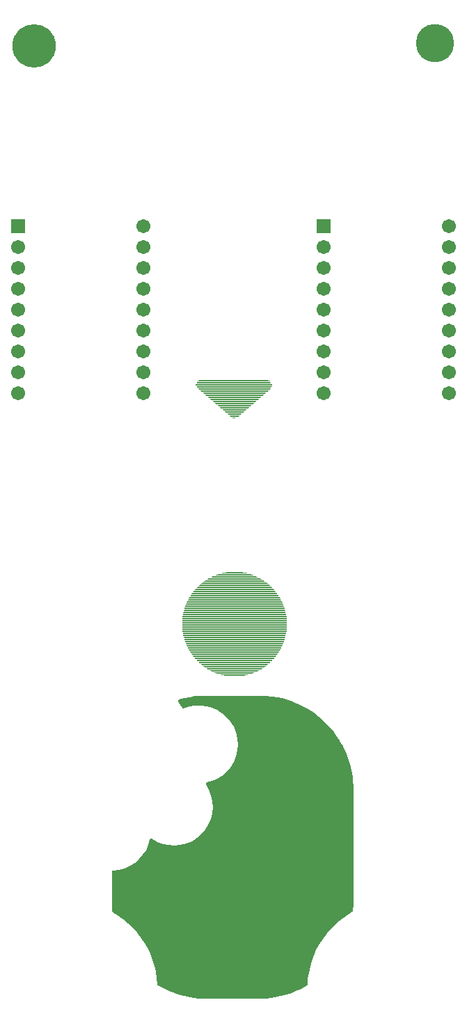
<source format=gbr>
G04 EAGLE Gerber X2 export*
%TF.Part,Single*%
%TF.FileFunction,Soldermask,Top,1*%
%TF.FilePolarity,Negative*%
%TF.GenerationSoftware,Autodesk,EAGLE,9.1.3*%
%TF.CreationDate,2018-09-17T05:52:35Z*%
G75*
%MOMM*%
%FSLAX34Y34*%
%LPD*%
%AMOC8*
5,1,8,0,0,1.08239X$1,22.5*%
G01*
%ADD10R,0.421637X0.084581*%
%ADD11R,0.678181X0.084838*%
%ADD12R,1.016000X0.084581*%
%ADD13R,1.186181X0.084581*%
%ADD14R,1.353819X0.084838*%
%ADD15R,1.524000X0.084581*%
%ADD16R,1.694181X0.084581*%
%ADD17R,1.861819X0.084838*%
%ADD18R,2.202181X0.084581*%
%ADD19R,2.369819X0.084581*%
%ADD20R,2.540000X0.084838*%
%ADD21R,2.710181X0.084581*%
%ADD22R,2.877819X0.084581*%
%ADD23R,3.048000X0.084838*%
%ADD24R,3.385819X0.084581*%
%ADD25R,3.556000X0.084581*%
%ADD26R,3.726181X0.084838*%
%ADD27R,3.893819X0.084581*%
%ADD28R,4.064000X0.084581*%
%ADD29R,4.318000X0.084838*%
%ADD30R,4.572000X0.084581*%
%ADD31R,4.742181X0.084581*%
%ADD32R,4.909819X0.084838*%
%ADD33R,5.080000X0.084581*%
%ADD34R,5.250181X0.084581*%
%ADD35R,5.588000X0.084838*%
%ADD36R,5.758181X0.084581*%
%ADD37R,5.925819X0.084581*%
%ADD38R,6.096000X0.084838*%
%ADD39R,6.266181X0.084581*%
%ADD40R,6.433819X0.084581*%
%ADD41R,6.774181X0.084838*%
%ADD42R,6.941819X0.084581*%
%ADD43R,7.112000X0.084581*%
%ADD44R,7.282181X0.084838*%
%ADD45R,7.449819X0.084581*%
%ADD46R,7.620000X0.084581*%
%ADD47R,7.957819X0.084838*%
%ADD48R,8.128000X0.084581*%
%ADD49R,8.298181X0.084581*%
%ADD50R,8.465819X0.084838*%
%ADD51R,8.636000X0.084581*%
%ADD52R,8.806181X0.084581*%
%ADD53R,8.973819X0.084838*%
%ADD54R,9.057638X0.084581*%
%ADD55R,9.144000X0.084581*%
%ADD56R,9.144000X0.084838*%
%ADD57R,9.230363X0.084581*%
%ADD58R,9.057638X0.084838*%
%ADD59R,8.890000X0.084581*%
%ADD60R,8.890000X0.084838*%
%ADD61R,8.722363X0.084581*%
%ADD62R,8.382000X0.084581*%
%ADD63R,1.607819X0.084838*%
%ADD64R,2.623819X0.084581*%
%ADD65R,3.302000X0.084581*%
%ADD66R,3.893819X0.084838*%
%ADD67R,4.401819X0.084581*%
%ADD68R,4.826000X0.084581*%
%ADD69R,5.163819X0.084838*%
%ADD70R,5.588000X0.084581*%
%ADD71R,6.179819X0.084838*%
%ADD72R,6.520181X0.084581*%
%ADD73R,6.774181X0.084581*%
%ADD74R,7.028181X0.084838*%
%ADD75R,7.282181X0.084581*%
%ADD76R,7.536181X0.084581*%
%ADD77R,7.703819X0.084838*%
%ADD78R,7.957819X0.084581*%
%ADD79R,8.382000X0.084838*%
%ADD80R,8.552181X0.084581*%
%ADD81R,8.719819X0.084581*%
%ADD82R,9.060181X0.084581*%
%ADD83R,9.227819X0.084581*%
%ADD84R,9.398000X0.084838*%
%ADD85R,9.568181X0.084581*%
%ADD86R,9.652000X0.084581*%
%ADD87R,9.822181X0.084838*%
%ADD88R,9.989819X0.084581*%
%ADD89R,10.076181X0.084581*%
%ADD90R,10.243819X0.084838*%
%ADD91R,10.330181X0.084581*%
%ADD92R,10.497819X0.084581*%
%ADD93R,10.584181X0.084838*%
%ADD94R,10.668000X0.084581*%
%ADD95R,10.838181X0.084581*%
%ADD96R,10.922000X0.084838*%
%ADD97R,11.005819X0.084581*%
%ADD98R,11.092181X0.084581*%
%ADD99R,11.176000X0.084838*%
%ADD100R,11.346181X0.084581*%
%ADD101R,11.513819X0.084838*%
%ADD102R,11.513819X0.084581*%
%ADD103R,11.600181X0.084581*%
%ADD104R,11.684000X0.084838*%
%ADD105R,11.767819X0.084581*%
%ADD106R,11.854181X0.084581*%
%ADD107R,11.938000X0.084838*%
%ADD108R,12.021819X0.084581*%
%ADD109R,12.108181X0.084838*%
%ADD110R,12.192000X0.084581*%
%ADD111R,12.275819X0.084838*%
%ADD112R,12.275819X0.084581*%
%ADD113R,12.362181X0.084581*%
%ADD114R,12.362181X0.084838*%
%ADD115R,12.446000X0.084581*%
%ADD116R,12.529819X0.084838*%
%ADD117R,12.529819X0.084581*%
%ADD118R,12.616181X0.084838*%
%ADD119R,12.616181X0.084581*%
%ADD120R,12.700000X0.084838*%
%ADD121R,12.700000X0.084581*%
%ADD122R,12.783819X0.084838*%
%ADD123R,12.783819X0.084581*%
%ADD124R,12.192000X0.084838*%
%ADD125R,12.108181X0.084581*%
%ADD126R,12.021819X0.084838*%
%ADD127R,11.938000X0.084581*%
%ADD128R,11.854181X0.084838*%
%ADD129R,11.430000X0.084838*%
%ADD130R,11.259819X0.084581*%
%ADD131R,10.838181X0.084838*%
%ADD132R,10.751819X0.084581*%
%ADD133R,10.497819X0.084838*%
%ADD134R,10.414000X0.084581*%
%ADD135R,10.160000X0.084838*%
%ADD136R,9.906000X0.084581*%
%ADD137R,9.735819X0.084838*%
%ADD138R,9.481819X0.084581*%
%ADD139R,9.314181X0.084838*%
%ADD140R,8.973819X0.084581*%
%ADD141R,8.806181X0.084838*%
%ADD142R,8.465819X0.084581*%
%ADD143R,8.298181X0.084838*%
%ADD144R,8.044181X0.084581*%
%ADD145R,7.790181X0.084581*%
%ADD146R,7.620000X0.084838*%
%ADD147R,7.366000X0.084581*%
%ADD148R,6.858000X0.084838*%
%ADD149R,6.604000X0.084581*%
%ADD150R,6.350000X0.084581*%
%ADD151R,6.012181X0.084838*%
%ADD152R,5.671819X0.084581*%
%ADD153R,5.334000X0.084581*%
%ADD154R,4.996181X0.084838*%
%ADD155R,3.556000X0.084838*%
%ADD156R,2.964181X0.084581*%
%ADD157R,2.115819X0.084581*%
%ADD158C,5.283200*%
%ADD159C,4.648200*%
%ADD160R,1.711200X1.711200*%
%ADD161C,1.711200*%
%ADD162R,2.053200X1.203200*%

G36*
X410155Y36399D02*
X410155Y36399D01*
X410191Y36397D01*
X417650Y36643D01*
X417689Y36648D01*
X417765Y36650D01*
X425193Y37389D01*
X425232Y37397D01*
X425308Y37405D01*
X432667Y38637D01*
X432705Y38647D01*
X432781Y38660D01*
X440044Y40383D01*
X440082Y40396D01*
X440157Y40413D01*
X447284Y42618D01*
X447321Y42634D01*
X447395Y42656D01*
X454363Y45333D01*
X454398Y45351D01*
X454470Y45379D01*
X461243Y48513D01*
X461277Y48534D01*
X461346Y48565D01*
X467895Y52142D01*
X468044Y52245D01*
X468194Y52348D01*
X468198Y52352D01*
X468202Y52355D01*
X468325Y52487D01*
X468450Y52620D01*
X468453Y52624D01*
X468456Y52628D01*
X468548Y52783D01*
X468642Y52940D01*
X468644Y52944D01*
X468646Y52949D01*
X468703Y53119D01*
X468762Y53293D01*
X468763Y53299D01*
X468764Y53303D01*
X468766Y53319D01*
X468799Y53540D01*
X469360Y60808D01*
X470405Y67964D01*
X471937Y75032D01*
X473949Y81975D01*
X476433Y88765D01*
X479375Y95367D01*
X482760Y101753D01*
X486573Y107895D01*
X490797Y113767D01*
X495407Y119339D01*
X500384Y124588D01*
X505703Y129487D01*
X511339Y134015D01*
X517269Y138152D01*
X523517Y141907D01*
X523657Y142012D01*
X523798Y142117D01*
X523806Y142125D01*
X523815Y142132D01*
X523928Y142264D01*
X524045Y142397D01*
X524050Y142407D01*
X524057Y142415D01*
X524141Y142570D01*
X524226Y142723D01*
X524229Y142734D01*
X524234Y142744D01*
X524283Y142912D01*
X524334Y143080D01*
X524335Y143094D01*
X524338Y143102D01*
X524340Y143132D01*
X524362Y143328D01*
X524684Y150869D01*
X524683Y150897D01*
X524686Y150944D01*
X524686Y290548D01*
X524684Y290570D01*
X524685Y290607D01*
X524428Y298306D01*
X524422Y298346D01*
X524420Y298423D01*
X523644Y306089D01*
X523636Y306128D01*
X523628Y306207D01*
X522332Y313805D01*
X522321Y313844D01*
X522308Y313922D01*
X520495Y321413D01*
X520481Y321451D01*
X520463Y321529D01*
X518140Y328875D01*
X518124Y328912D01*
X518100Y328988D01*
X515277Y336160D01*
X515258Y336196D01*
X515229Y336270D01*
X511920Y343229D01*
X511899Y343264D01*
X511865Y343335D01*
X508087Y350051D01*
X508064Y350084D01*
X508025Y350153D01*
X503797Y356594D01*
X503772Y356625D01*
X503728Y356691D01*
X499071Y362828D01*
X499044Y362857D01*
X498996Y362920D01*
X493933Y368725D01*
X493903Y368753D01*
X493851Y368812D01*
X493388Y369275D01*
X493388Y369276D01*
X491643Y371021D01*
X491642Y371021D01*
X489897Y372766D01*
X489897Y372767D01*
X488401Y374262D01*
X488370Y374287D01*
X488314Y374343D01*
X482508Y379408D01*
X482475Y379431D01*
X482416Y379483D01*
X476279Y384139D01*
X476244Y384160D01*
X476182Y384208D01*
X469740Y388436D01*
X469704Y388454D01*
X469638Y388498D01*
X462920Y392277D01*
X462883Y392293D01*
X462814Y392332D01*
X455853Y395641D01*
X455815Y395654D01*
X455743Y395688D01*
X448571Y398511D01*
X448532Y398522D01*
X448458Y398551D01*
X441110Y400874D01*
X441071Y400882D01*
X440995Y400906D01*
X433505Y402719D01*
X433465Y402724D01*
X433388Y402743D01*
X425792Y404038D01*
X425752Y404041D01*
X425674Y404054D01*
X418010Y404829D01*
X417970Y404829D01*
X417893Y404837D01*
X410192Y405095D01*
X410170Y405093D01*
X410133Y405096D01*
X345335Y405096D01*
X345316Y405094D01*
X345285Y405095D01*
X338770Y404909D01*
X338735Y404904D01*
X338670Y404903D01*
X332176Y404343D01*
X332141Y404337D01*
X332076Y404332D01*
X325627Y403399D01*
X325592Y403390D01*
X325528Y403382D01*
X319141Y402078D01*
X319107Y402068D01*
X319043Y402055D01*
X312744Y400387D01*
X312704Y400372D01*
X312662Y400363D01*
X312530Y400305D01*
X312395Y400254D01*
X312360Y400230D01*
X312321Y400213D01*
X312204Y400128D01*
X312083Y400049D01*
X312054Y400019D01*
X312019Y399994D01*
X311923Y399886D01*
X311822Y399783D01*
X311799Y399747D01*
X311771Y399715D01*
X311700Y399589D01*
X311623Y399467D01*
X311609Y399427D01*
X311588Y399390D01*
X311545Y399252D01*
X311496Y399116D01*
X311490Y399074D01*
X311477Y399033D01*
X311465Y398889D01*
X311446Y398746D01*
X311449Y398704D01*
X311446Y398662D01*
X311464Y398518D01*
X311476Y398375D01*
X311488Y398334D01*
X311494Y398291D01*
X311542Y398156D01*
X311584Y398017D01*
X311605Y397980D01*
X311619Y397940D01*
X311744Y397724D01*
X314216Y394057D01*
X316519Y390276D01*
X316586Y390189D01*
X316645Y390097D01*
X316699Y390042D01*
X316747Y389980D01*
X316830Y389909D01*
X316907Y389832D01*
X316972Y389789D01*
X317031Y389739D01*
X317128Y389688D01*
X317220Y389628D01*
X317292Y389601D01*
X317361Y389564D01*
X317467Y389534D01*
X317569Y389496D01*
X317646Y389484D01*
X317720Y389463D01*
X317830Y389457D01*
X317938Y389440D01*
X318015Y389446D01*
X318093Y389441D01*
X318201Y389458D01*
X318310Y389465D01*
X318415Y389491D01*
X318461Y389498D01*
X318493Y389510D01*
X318552Y389525D01*
X325288Y391726D01*
X332149Y392896D01*
X339103Y393048D01*
X346007Y392181D01*
X352710Y390316D01*
X359069Y387491D01*
X364946Y383765D01*
X370211Y379221D01*
X375055Y373560D01*
X378950Y367214D01*
X381796Y360336D01*
X383528Y353094D01*
X384109Y345667D01*
X383528Y338242D01*
X381796Y330998D01*
X378950Y324121D01*
X375055Y317776D01*
X370212Y312115D01*
X365053Y307671D01*
X359304Y304008D01*
X353093Y301208D01*
X346423Y299291D01*
X346288Y299236D01*
X346151Y299188D01*
X346116Y299166D01*
X346077Y299150D01*
X345957Y299068D01*
X345834Y298991D01*
X345804Y298963D01*
X345770Y298939D01*
X345670Y298833D01*
X345565Y298732D01*
X345542Y298698D01*
X345514Y298667D01*
X345439Y298543D01*
X345358Y298422D01*
X345343Y298383D01*
X345322Y298348D01*
X345275Y298210D01*
X345222Y298075D01*
X345215Y298034D01*
X345202Y297994D01*
X345185Y297850D01*
X345162Y297706D01*
X345164Y297665D01*
X345160Y297624D01*
X345174Y297479D01*
X345182Y297334D01*
X345193Y297294D01*
X345197Y297252D01*
X345242Y297114D01*
X345281Y296974D01*
X345304Y296926D01*
X345313Y296898D01*
X345337Y296857D01*
X345389Y296749D01*
X349054Y290320D01*
X351644Y283534D01*
X353164Y276432D01*
X353582Y269178D01*
X352890Y261946D01*
X351105Y254902D01*
X348265Y248214D01*
X344435Y242042D01*
X339707Y236529D01*
X334183Y231795D01*
X328002Y227965D01*
X321306Y225128D01*
X314254Y223347D01*
X307013Y222663D01*
X299751Y223090D01*
X292640Y224622D01*
X285850Y227227D01*
X279423Y230907D01*
X279292Y230964D01*
X279163Y231029D01*
X279121Y231039D01*
X279081Y231056D01*
X278941Y231085D01*
X278801Y231120D01*
X278758Y231122D01*
X278715Y231130D01*
X278572Y231128D01*
X278428Y231133D01*
X278386Y231125D01*
X278342Y231124D01*
X278202Y231092D01*
X278061Y231066D01*
X278021Y231049D01*
X277979Y231039D01*
X277849Y230977D01*
X277716Y230922D01*
X277681Y230898D01*
X277642Y230879D01*
X277528Y230791D01*
X277410Y230709D01*
X277381Y230677D01*
X277347Y230651D01*
X277254Y230541D01*
X277157Y230435D01*
X277135Y230398D01*
X277107Y230365D01*
X277040Y230238D01*
X276967Y230114D01*
X276948Y230063D01*
X276933Y230035D01*
X276920Y229989D01*
X276880Y229880D01*
X274944Y223236D01*
X272130Y217050D01*
X268463Y211332D01*
X264019Y206198D01*
X258672Y201608D01*
X252707Y197862D01*
X246255Y195042D01*
X239456Y193206D01*
X232327Y192383D01*
X232303Y192377D01*
X232279Y192377D01*
X232122Y192336D01*
X231963Y192301D01*
X231941Y192290D01*
X231918Y192284D01*
X231772Y192212D01*
X231625Y192143D01*
X231606Y192128D01*
X231584Y192117D01*
X231457Y192015D01*
X231328Y191917D01*
X231312Y191898D01*
X231293Y191883D01*
X231191Y191756D01*
X231086Y191633D01*
X231074Y191612D01*
X231059Y191593D01*
X230986Y191447D01*
X230910Y191304D01*
X230903Y191281D01*
X230892Y191259D01*
X230852Y191102D01*
X230807Y190945D01*
X230806Y190921D01*
X230800Y190897D01*
X230782Y190649D01*
X230782Y150944D01*
X230783Y150929D01*
X230782Y150906D01*
X230869Y146906D01*
X230871Y146883D01*
X230871Y146845D01*
X231097Y142849D01*
X231122Y142696D01*
X231141Y142543D01*
X231152Y142513D01*
X231158Y142481D01*
X231215Y142337D01*
X231266Y142192D01*
X231283Y142164D01*
X231295Y142134D01*
X231381Y142006D01*
X231463Y141874D01*
X231485Y141851D01*
X231503Y141824D01*
X231615Y141717D01*
X231722Y141606D01*
X231755Y141583D01*
X231773Y141566D01*
X231813Y141541D01*
X231925Y141461D01*
X238503Y137413D01*
X244724Y132940D01*
X250608Y128033D01*
X256128Y122716D01*
X261252Y117020D01*
X265953Y110974D01*
X270210Y104603D01*
X273996Y97945D01*
X277292Y91030D01*
X280078Y83893D01*
X282337Y76574D01*
X284058Y69112D01*
X285234Y61539D01*
X285866Y53843D01*
X285899Y53672D01*
X285929Y53501D01*
X285934Y53489D01*
X285936Y53477D01*
X286004Y53317D01*
X286071Y53156D01*
X286078Y53145D01*
X286083Y53133D01*
X286184Y52992D01*
X286282Y52848D01*
X286291Y52840D01*
X286299Y52829D01*
X286428Y52711D01*
X286554Y52593D01*
X286567Y52584D01*
X286575Y52578D01*
X286603Y52561D01*
X286763Y52457D01*
X293395Y48802D01*
X293432Y48787D01*
X293500Y48749D01*
X300365Y45547D01*
X300403Y45534D01*
X300473Y45501D01*
X307534Y42771D01*
X307573Y42760D01*
X307646Y42732D01*
X314879Y40484D01*
X314918Y40476D01*
X314993Y40452D01*
X322361Y38698D01*
X322401Y38693D01*
X322476Y38674D01*
X329945Y37420D01*
X329985Y37418D01*
X330061Y37405D01*
X337594Y36654D01*
X337633Y36654D01*
X337709Y36647D01*
X345277Y36397D01*
X345299Y36399D01*
X345335Y36396D01*
X410133Y36396D01*
X410155Y36399D01*
G37*
D10*
X379307Y742526D03*
D11*
X379726Y743373D03*
D12*
X379738Y744221D03*
D13*
X379726Y745066D03*
D14*
X379726Y745913D03*
D15*
X379738Y746761D03*
D16*
X379726Y747606D03*
D17*
X379726Y748453D03*
D18*
X379726Y749301D03*
D19*
X379726Y750146D03*
D20*
X379738Y750993D03*
D21*
X379726Y751841D03*
D22*
X379726Y752686D03*
D23*
X379738Y753533D03*
D24*
X379726Y754381D03*
D25*
X379738Y755226D03*
D26*
X379726Y756073D03*
D27*
X379726Y756921D03*
D28*
X379738Y757766D03*
D29*
X379307Y758613D03*
D30*
X379738Y759461D03*
D31*
X379726Y760306D03*
D32*
X379726Y761153D03*
D33*
X379738Y762001D03*
D34*
X379726Y762846D03*
D35*
X379738Y763693D03*
D36*
X379726Y764541D03*
D37*
X379726Y765386D03*
D38*
X379738Y766233D03*
D39*
X379726Y767081D03*
D40*
X379726Y767926D03*
D41*
X379726Y768773D03*
D42*
X379726Y769621D03*
D43*
X379738Y770466D03*
D44*
X379726Y771313D03*
D45*
X379726Y772161D03*
D46*
X379738Y773006D03*
D47*
X379726Y773853D03*
D48*
X379738Y774701D03*
D49*
X379726Y775546D03*
D50*
X379726Y776393D03*
D51*
X379738Y777241D03*
D52*
X379726Y778086D03*
D53*
X379726Y778933D03*
D54*
X379307Y779781D03*
D55*
X379738Y780626D03*
D56*
X379738Y781473D03*
D57*
X379307Y782321D03*
X379307Y783166D03*
D58*
X379307Y784013D03*
D54*
X379307Y784861D03*
D59*
X379307Y785706D03*
D60*
X379307Y786553D03*
D61*
X379307Y787401D03*
D62*
X379307Y788246D03*
D63*
X380157Y428413D03*
D64*
X380157Y429261D03*
D65*
X380145Y430106D03*
D66*
X379726Y430953D03*
D67*
X379726Y431801D03*
D68*
X380145Y432646D03*
D69*
X380157Y433493D03*
D70*
X379738Y434341D03*
D37*
X379726Y435186D03*
D71*
X380157Y436033D03*
D72*
X380157Y436881D03*
D73*
X379726Y437726D03*
D74*
X380157Y438573D03*
D75*
X379726Y439421D03*
D76*
X380157Y440266D03*
D77*
X380157Y441113D03*
D78*
X379726Y441961D03*
D48*
X379738Y442806D03*
D79*
X380145Y443653D03*
D80*
X380157Y444501D03*
D81*
X380157Y445346D03*
D60*
X380145Y446193D03*
D82*
X380157Y447041D03*
D83*
X380157Y447886D03*
D84*
X380145Y448733D03*
D85*
X380157Y449581D03*
D86*
X379738Y450426D03*
D87*
X379726Y451273D03*
D88*
X379726Y452121D03*
D89*
X380157Y452966D03*
D90*
X380157Y453813D03*
D91*
X379726Y454661D03*
D92*
X379726Y455506D03*
D93*
X380157Y456353D03*
D94*
X379738Y457201D03*
D95*
X379726Y458046D03*
D96*
X380145Y458893D03*
D97*
X379726Y459741D03*
D98*
X380157Y460586D03*
D99*
X379738Y461433D03*
D100*
X379726Y462281D03*
X379726Y463126D03*
D101*
X379726Y463973D03*
D102*
X379726Y464821D03*
D103*
X380157Y465666D03*
D104*
X379738Y466513D03*
D105*
X380157Y467361D03*
D106*
X379726Y468206D03*
D107*
X380145Y469053D03*
D108*
X379726Y469901D03*
X379726Y470746D03*
D109*
X380157Y471593D03*
D110*
X379738Y472441D03*
X379738Y473286D03*
D111*
X380157Y474133D03*
D112*
X380157Y474981D03*
D113*
X379726Y475826D03*
D114*
X379726Y476673D03*
D115*
X380145Y477521D03*
X380145Y478366D03*
D116*
X379726Y479213D03*
D117*
X379726Y480061D03*
X379726Y480906D03*
D118*
X380157Y481753D03*
D119*
X380157Y482601D03*
X380157Y483446D03*
D120*
X379738Y484293D03*
D121*
X379738Y485141D03*
X379738Y485986D03*
D120*
X379738Y486833D03*
D121*
X379738Y487681D03*
X379738Y488526D03*
D122*
X380157Y489373D03*
D123*
X380157Y490221D03*
X380157Y491066D03*
D122*
X380157Y491913D03*
D123*
X380157Y492761D03*
X380157Y493606D03*
D120*
X379738Y494453D03*
D121*
X379738Y495301D03*
X379738Y496146D03*
D120*
X379738Y496993D03*
D121*
X379738Y497841D03*
X379738Y498686D03*
D120*
X379738Y499533D03*
D119*
X380157Y500381D03*
X380157Y501226D03*
D118*
X380157Y502073D03*
D117*
X379726Y502921D03*
X379726Y503766D03*
D116*
X379726Y504613D03*
D115*
X380145Y505461D03*
D113*
X379726Y506306D03*
D114*
X379726Y507153D03*
D113*
X379726Y508001D03*
D112*
X380157Y508846D03*
D124*
X379738Y509693D03*
D110*
X379738Y510541D03*
D125*
X380157Y511386D03*
D126*
X379726Y512233D03*
D108*
X379726Y513081D03*
D127*
X380145Y513926D03*
D128*
X379726Y514773D03*
D106*
X379726Y515621D03*
D105*
X380157Y516466D03*
D104*
X379738Y517313D03*
D103*
X380157Y518161D03*
D102*
X379726Y519006D03*
D129*
X380145Y519853D03*
D100*
X379726Y520701D03*
D130*
X380157Y521546D03*
D99*
X379738Y522393D03*
D98*
X380157Y523241D03*
D97*
X379726Y524086D03*
D131*
X379726Y524933D03*
D132*
X380157Y525781D03*
D94*
X379738Y526626D03*
D133*
X379726Y527473D03*
D134*
X380145Y528321D03*
D91*
X379726Y529166D03*
D135*
X379738Y530013D03*
D88*
X379726Y530861D03*
D136*
X380145Y531706D03*
D137*
X380157Y532553D03*
D86*
X379738Y533401D03*
D138*
X379726Y534246D03*
D139*
X379726Y535093D03*
D55*
X379738Y535941D03*
D140*
X379726Y536786D03*
D141*
X379726Y537633D03*
D51*
X379738Y538481D03*
D142*
X379726Y539326D03*
D143*
X379726Y540173D03*
D144*
X380157Y541021D03*
D145*
X379726Y541866D03*
D146*
X379738Y542713D03*
D147*
X380145Y543561D03*
D43*
X379738Y544406D03*
D148*
X380145Y545253D03*
D149*
X379738Y546101D03*
D150*
X380145Y546946D03*
D151*
X380157Y547793D03*
D152*
X380157Y548641D03*
D153*
X380145Y549486D03*
D154*
X380157Y550333D03*
D30*
X379738Y551181D03*
D28*
X379738Y552026D03*
D155*
X379738Y552873D03*
D156*
X380157Y553721D03*
D157*
X380157Y554566D03*
D11*
X379726Y555413D03*
D158*
X136398Y1195832D03*
D159*
X623570Y1198880D03*
D160*
X116832Y976400D03*
D161*
X116832Y951000D03*
X116832Y925600D03*
X116832Y900200D03*
X116832Y874800D03*
X116832Y849400D03*
X116832Y824000D03*
X116832Y798600D03*
X116832Y773200D03*
X269232Y773200D03*
X269232Y798600D03*
X269232Y824000D03*
X269232Y849400D03*
X269232Y874800D03*
X269232Y900200D03*
X269232Y925600D03*
X269232Y951000D03*
X269232Y976400D03*
D160*
X488348Y975990D03*
D161*
X488348Y950590D03*
X488348Y925190D03*
X488348Y899790D03*
X488348Y874390D03*
X488348Y848990D03*
X488348Y823590D03*
X488348Y798190D03*
X488348Y772790D03*
X640748Y772790D03*
X640748Y798190D03*
X640748Y823590D03*
X640748Y848990D03*
X640748Y874390D03*
X640748Y899790D03*
X640748Y925190D03*
X640748Y950590D03*
X640748Y975990D03*
D162*
G36*
X377027Y193605D02*
X391545Y179087D01*
X383037Y170579D01*
X368519Y185097D01*
X377027Y193605D01*
G37*
G36*
X394987Y211565D02*
X409505Y197047D01*
X400997Y188539D01*
X386479Y203057D01*
X394987Y211565D01*
G37*
G36*
X337075Y233556D02*
X351593Y219038D01*
X343085Y210530D01*
X328567Y225048D01*
X337075Y233556D01*
G37*
G36*
X355036Y251517D02*
X369554Y236999D01*
X361046Y228491D01*
X346528Y243009D01*
X355036Y251517D01*
G37*
M02*

</source>
